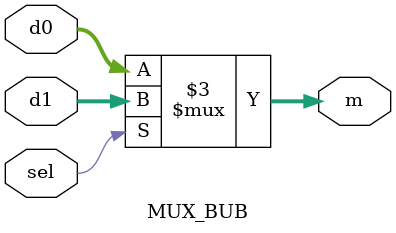
<source format=v>
module MUX_BUB( d0, d1, m, sel);
input sel;
input [11:0] d0,d1;
output reg [11:0] m;

always@(*)

	if( sel )
		m = d1;
	else
		m = d0;

endmodule
</source>
